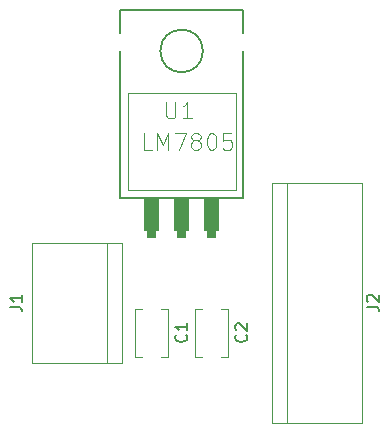
<source format=gto>
G04 #@! TF.GenerationSoftware,KiCad,Pcbnew,(5.1.2)-2*
G04 #@! TF.CreationDate,2019-09-01T08:03:51-07:00*
G04 #@! TF.ProjectId,lm7805,6c6d3738-3035-42e6-9b69-6361645f7063,rev?*
G04 #@! TF.SameCoordinates,Original*
G04 #@! TF.FileFunction,Legend,Top*
G04 #@! TF.FilePolarity,Positive*
%FSLAX46Y46*%
G04 Gerber Fmt 4.6, Leading zero omitted, Abs format (unit mm)*
G04 Created by KiCad (PCBNEW (5.1.2)-2) date 2019-09-01 08:03:51*
%MOMM*%
%LPD*%
G04 APERTURE LIST*
%ADD10C,0.120000*%
%ADD11C,0.127000*%
%ADD12C,0.050800*%
%ADD13C,0.100000*%
%ADD14C,0.150000*%
%ADD15C,0.050000*%
G04 APERTURE END LIST*
D10*
G04 #@! TO.C,C1*
X57300000Y-56380000D02*
X57300000Y-60420000D01*
X54460000Y-56380000D02*
X54460000Y-60420000D01*
X57300000Y-56380000D02*
X56675000Y-56380000D01*
X55085000Y-56380000D02*
X54460000Y-56380000D01*
X57300000Y-60420000D02*
X56675000Y-60420000D01*
X55085000Y-60420000D02*
X54460000Y-60420000D01*
G04 #@! TO.C,C2*
X60165000Y-60420000D02*
X59540000Y-60420000D01*
X62380000Y-60420000D02*
X61755000Y-60420000D01*
X60165000Y-56380000D02*
X59540000Y-56380000D01*
X62380000Y-56380000D02*
X61755000Y-56380000D01*
X59540000Y-56380000D02*
X59540000Y-60420000D01*
X62380000Y-56380000D02*
X62380000Y-60420000D01*
G04 #@! TO.C,J1*
X52070000Y-50800000D02*
X52070000Y-60960000D01*
X53340000Y-50800000D02*
X45720000Y-50800000D01*
X45720000Y-50800000D02*
X45720000Y-60960000D01*
X45720000Y-60960000D02*
X53340000Y-60960000D01*
X53340000Y-60960000D02*
X53340000Y-50800000D01*
G04 #@! TO.C,J2*
X73660000Y-45720000D02*
X66040000Y-45720000D01*
X66040000Y-66040000D02*
X73660000Y-66040000D01*
X67310000Y-66040000D02*
X67310000Y-45720000D01*
X73660000Y-45720000D02*
X73660000Y-66040000D01*
X66040000Y-45720000D02*
X66040000Y-66040000D01*
D11*
G04 #@! TO.C,U1*
X53213000Y-46990000D02*
X63627000Y-46990000D01*
X63627000Y-31115000D02*
X53213000Y-31115000D01*
X63627000Y-46990000D02*
X63627000Y-34544000D01*
X63627000Y-33020000D02*
X63627000Y-31115000D01*
X53213000Y-46990000D02*
X53213000Y-34544000D01*
X53213000Y-33020000D02*
X53213000Y-31115000D01*
D12*
X53848000Y-46355000D02*
X62992000Y-46355000D01*
X62992000Y-38100000D02*
X62992000Y-46355000D01*
X62992000Y-38100000D02*
X53848000Y-38100000D01*
X53848000Y-46355000D02*
X53848000Y-38100000D01*
D11*
X60223400Y-34544000D02*
G75*
G03X60223400Y-34544000I-1803400J0D01*
G01*
D13*
G36*
X60579740Y-49784000D02*
G01*
X61341000Y-49784000D01*
X61341000Y-50420610D01*
X60579740Y-50420610D01*
X60579740Y-49784000D01*
G37*
G36*
X58038823Y-49784000D02*
G01*
X58801000Y-49784000D01*
X58801000Y-50421190D01*
X58038823Y-50421190D01*
X58038823Y-49784000D01*
G37*
G36*
X55497710Y-49784000D02*
G01*
X56261000Y-49784000D01*
X56261000Y-50421080D01*
X55497710Y-50421080D01*
X55497710Y-49784000D01*
G37*
G36*
X55239460Y-46990000D02*
G01*
X56515000Y-46990000D01*
X56515000Y-49791090D01*
X55239460Y-49791090D01*
X55239460Y-46990000D01*
G37*
G36*
X57784119Y-46990000D02*
G01*
X59055000Y-46990000D01*
X59055000Y-49789640D01*
X57784119Y-49789640D01*
X57784119Y-46990000D01*
G37*
G36*
X60327130Y-46990000D02*
G01*
X61595000Y-46990000D01*
X61595000Y-49788550D01*
X60327130Y-49788550D01*
X60327130Y-46990000D01*
G37*
G04 #@! TO.C,C1*
D14*
X58787142Y-58566666D02*
X58834761Y-58614285D01*
X58882380Y-58757142D01*
X58882380Y-58852380D01*
X58834761Y-58995238D01*
X58739523Y-59090476D01*
X58644285Y-59138095D01*
X58453809Y-59185714D01*
X58310952Y-59185714D01*
X58120476Y-59138095D01*
X58025238Y-59090476D01*
X57930000Y-58995238D01*
X57882380Y-58852380D01*
X57882380Y-58757142D01*
X57930000Y-58614285D01*
X57977619Y-58566666D01*
X58882380Y-57614285D02*
X58882380Y-58185714D01*
X58882380Y-57900000D02*
X57882380Y-57900000D01*
X58025238Y-57995238D01*
X58120476Y-58090476D01*
X58168095Y-58185714D01*
G04 #@! TO.C,C2*
X63867142Y-58566666D02*
X63914761Y-58614285D01*
X63962380Y-58757142D01*
X63962380Y-58852380D01*
X63914761Y-58995238D01*
X63819523Y-59090476D01*
X63724285Y-59138095D01*
X63533809Y-59185714D01*
X63390952Y-59185714D01*
X63200476Y-59138095D01*
X63105238Y-59090476D01*
X63010000Y-58995238D01*
X62962380Y-58852380D01*
X62962380Y-58757142D01*
X63010000Y-58614285D01*
X63057619Y-58566666D01*
X63057619Y-58185714D02*
X63010000Y-58138095D01*
X62962380Y-58042857D01*
X62962380Y-57804761D01*
X63010000Y-57709523D01*
X63057619Y-57661904D01*
X63152857Y-57614285D01*
X63248095Y-57614285D01*
X63390952Y-57661904D01*
X63962380Y-58233333D01*
X63962380Y-57614285D01*
G04 #@! TO.C,J1*
X43902380Y-56213333D02*
X44616666Y-56213333D01*
X44759523Y-56260952D01*
X44854761Y-56356190D01*
X44902380Y-56499047D01*
X44902380Y-56594285D01*
X44902380Y-55213333D02*
X44902380Y-55784761D01*
X44902380Y-55499047D02*
X43902380Y-55499047D01*
X44045238Y-55594285D01*
X44140476Y-55689523D01*
X44188095Y-55784761D01*
G04 #@! TO.C,J2*
X74102380Y-56193333D02*
X74816666Y-56193333D01*
X74959523Y-56240952D01*
X75054761Y-56336190D01*
X75102380Y-56479047D01*
X75102380Y-56574285D01*
X74197619Y-55764761D02*
X74150000Y-55717142D01*
X74102380Y-55621904D01*
X74102380Y-55383809D01*
X74150000Y-55288571D01*
X74197619Y-55240952D01*
X74292857Y-55193333D01*
X74388095Y-55193333D01*
X74530952Y-55240952D01*
X75102380Y-55812380D01*
X75102380Y-55193333D01*
G04 #@! TO.C,U1*
D15*
X57097391Y-38847280D02*
X57097391Y-39982273D01*
X57164155Y-40115802D01*
X57230920Y-40182566D01*
X57364448Y-40249330D01*
X57631505Y-40249330D01*
X57765034Y-40182566D01*
X57831798Y-40115802D01*
X57898562Y-39982273D01*
X57898562Y-38847280D01*
X59300612Y-40249330D02*
X58499441Y-40249330D01*
X58900027Y-40249330D02*
X58900027Y-38847280D01*
X58766498Y-39047573D01*
X58632970Y-39181102D01*
X58499441Y-39247866D01*
X55892765Y-42922212D02*
X55225593Y-42922212D01*
X55225593Y-41521152D01*
X56359785Y-42922212D02*
X56359785Y-41521152D01*
X56826805Y-42521910D01*
X57293825Y-41521152D01*
X57293825Y-42922212D01*
X57827562Y-41521152D02*
X58761602Y-41521152D01*
X58161147Y-42922212D01*
X59495490Y-42121607D02*
X59362056Y-42054890D01*
X59295339Y-41988172D01*
X59228622Y-41854738D01*
X59228622Y-41788021D01*
X59295339Y-41654587D01*
X59362056Y-41587870D01*
X59495490Y-41521152D01*
X59762359Y-41521152D01*
X59895793Y-41587870D01*
X59962510Y-41654587D01*
X60029227Y-41788021D01*
X60029227Y-41854738D01*
X59962510Y-41988172D01*
X59895793Y-42054890D01*
X59762359Y-42121607D01*
X59495490Y-42121607D01*
X59362056Y-42188324D01*
X59295339Y-42255041D01*
X59228622Y-42388475D01*
X59228622Y-42655344D01*
X59295339Y-42788778D01*
X59362056Y-42855495D01*
X59495490Y-42922212D01*
X59762359Y-42922212D01*
X59895793Y-42855495D01*
X59962510Y-42788778D01*
X60029227Y-42655344D01*
X60029227Y-42388475D01*
X59962510Y-42255041D01*
X59895793Y-42188324D01*
X59762359Y-42121607D01*
X60896550Y-41521152D02*
X61029985Y-41521152D01*
X61163419Y-41587870D01*
X61230136Y-41654587D01*
X61296853Y-41788021D01*
X61363570Y-42054890D01*
X61363570Y-42388475D01*
X61296853Y-42655344D01*
X61230136Y-42788778D01*
X61163419Y-42855495D01*
X61029985Y-42922212D01*
X60896550Y-42922212D01*
X60763116Y-42855495D01*
X60696399Y-42788778D01*
X60629682Y-42655344D01*
X60562965Y-42388475D01*
X60562965Y-42054890D01*
X60629682Y-41788021D01*
X60696399Y-41654587D01*
X60763116Y-41587870D01*
X60896550Y-41521152D01*
X62631196Y-41521152D02*
X61964025Y-41521152D01*
X61897307Y-42188324D01*
X61964025Y-42121607D01*
X62097459Y-42054890D01*
X62431045Y-42054890D01*
X62564479Y-42121607D01*
X62631196Y-42188324D01*
X62697913Y-42321758D01*
X62697913Y-42655344D01*
X62631196Y-42788778D01*
X62564479Y-42855495D01*
X62431045Y-42922212D01*
X62097459Y-42922212D01*
X61964025Y-42855495D01*
X61897307Y-42788778D01*
G04 #@! TD*
M02*

</source>
